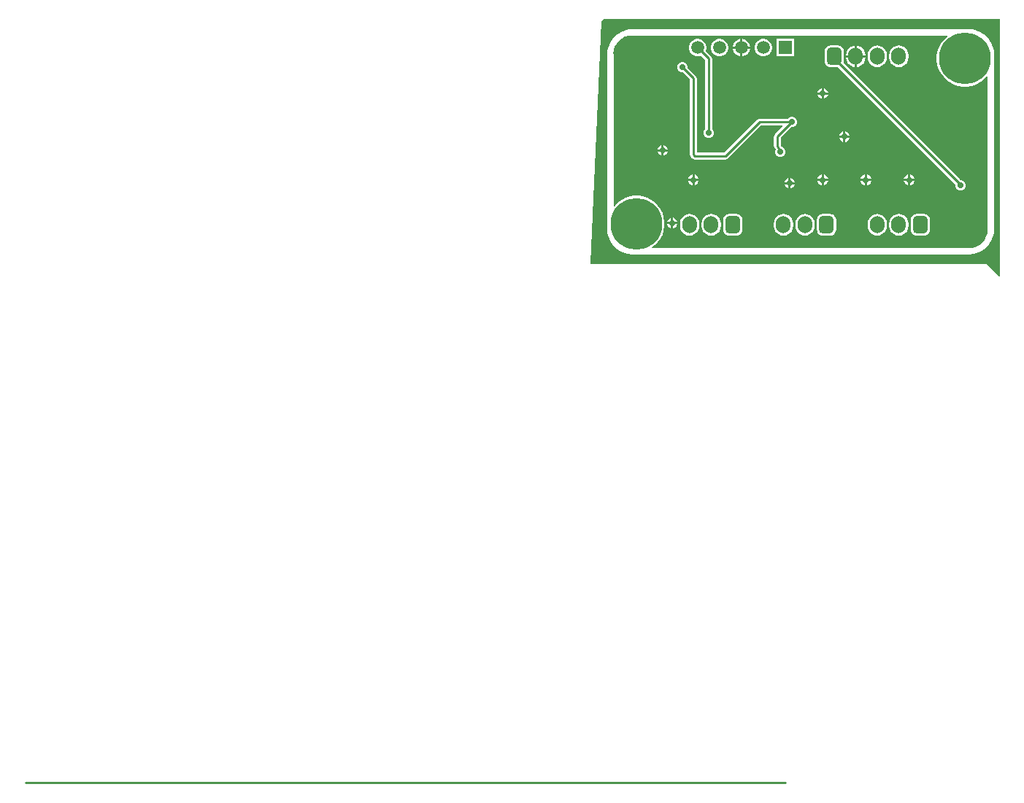
<source format=gbl>
G04*
G04 #@! TF.GenerationSoftware,Altium Limited,Altium Designer,21.2.2 (38)*
G04*
G04 Layer_Physical_Order=2*
G04 Layer_Color=16711680*
%FSLAX25Y25*%
%MOIN*%
G70*
G04*
G04 #@! TF.SameCoordinates,6DF736DA-586D-4ED0-A9E8-28D565D663F1*
G04*
G04*
G04 #@! TF.FilePolarity,Positive*
G04*
G01*
G75*
%ADD40C,0.01000*%
G04:AMPARAMS|DCode=41|XSize=66.93mil|YSize=78.74mil|CornerRadius=16.73mil|HoleSize=0mil|Usage=FLASHONLY|Rotation=180.000|XOffset=0mil|YOffset=0mil|HoleType=Round|Shape=RoundedRectangle|*
%AMROUNDEDRECTD41*
21,1,0.06693,0.04528,0,0,180.0*
21,1,0.03347,0.07874,0,0,180.0*
1,1,0.03346,-0.01673,0.02264*
1,1,0.03346,0.01673,0.02264*
1,1,0.03346,0.01673,-0.02264*
1,1,0.03346,-0.01673,-0.02264*
%
%ADD41ROUNDEDRECTD41*%
%ADD42O,0.06693X0.07874*%
%ADD43C,0.05906*%
%ADD44R,0.05906X0.05906*%
%ADD45C,0.23622*%
%ADD46C,0.02756*%
G36*
X178000Y-11347D02*
X177538Y-11538D01*
X172000Y-6000D01*
X-8638D01*
X-8984Y-5639D01*
X-4000Y105000D01*
X-3000Y106000D01*
X178000D01*
Y-11347D01*
D02*
G37*
%LPC*%
G36*
X163906Y101421D02*
Y101413D01*
X10110D01*
Y101421D01*
X8322Y101280D01*
X6578Y100862D01*
X4922Y100175D01*
X3393Y99238D01*
X2029Y98074D01*
X864Y96710D01*
X-73Y95181D01*
X-759Y93524D01*
X-1178Y91780D01*
X-1319Y89992D01*
X-1311D01*
Y9913D01*
X-1319D01*
X-1178Y8125D01*
X-759Y6382D01*
X-73Y4725D01*
X864Y3196D01*
X2029Y1832D01*
X3393Y667D01*
X4922Y-270D01*
X6578Y-956D01*
X8322Y-1375D01*
X10110Y-1515D01*
Y-1508D01*
X163906D01*
Y-1515D01*
X165693Y-1375D01*
X167437Y-956D01*
X169094Y-270D01*
X170623Y667D01*
X171987Y1832D01*
X173152Y3196D01*
X174089Y4725D01*
X174775Y6382D01*
X175194Y8125D01*
X175334Y9913D01*
X175327D01*
Y89992D01*
X175334D01*
X175194Y91780D01*
X174775Y93524D01*
X174089Y95181D01*
X173152Y96710D01*
X171987Y98074D01*
X170623Y99238D01*
X169094Y100175D01*
X167437Y100862D01*
X165693Y101280D01*
X163906Y101421D01*
D02*
G37*
%LPD*%
G36*
X10110Y98571D02*
X153946D01*
X154100Y98096D01*
X153654Y97772D01*
X152228Y96346D01*
X151043Y94714D01*
X150128Y92918D01*
X149504Y91000D01*
X149189Y89008D01*
Y86992D01*
X149504Y85000D01*
X150128Y83082D01*
X151043Y81286D01*
X152228Y79654D01*
X153654Y78228D01*
X155286Y77043D01*
X157082Y76128D01*
X159000Y75504D01*
X160992Y75189D01*
X163008D01*
X165000Y75504D01*
X166918Y76128D01*
X168714Y77043D01*
X170346Y78228D01*
X171772Y79654D01*
X172009Y79981D01*
X172485Y79826D01*
Y9913D01*
X172497Y9850D01*
X172338Y8236D01*
X171849Y6623D01*
X171054Y5137D01*
X169985Y3834D01*
X168682Y2765D01*
X167196Y1970D01*
X165583Y1481D01*
X163968Y1322D01*
X163906Y1334D01*
X19278D01*
X19116Y1834D01*
X20346Y2728D01*
X21772Y4154D01*
X22957Y5786D01*
X23872Y7582D01*
X24496Y9500D01*
X24811Y11492D01*
Y13508D01*
X24496Y15500D01*
X23872Y17418D01*
X22957Y19214D01*
X21772Y20846D01*
X20346Y22272D01*
X18714Y23457D01*
X16918Y24372D01*
X15000Y24996D01*
X13008Y25311D01*
X10992D01*
X9000Y24996D01*
X7082Y24372D01*
X5286Y23457D01*
X3654Y22272D01*
X2228Y20846D01*
X2007Y20541D01*
X1531Y20695D01*
Y89992D01*
X1519Y90055D01*
X1678Y91669D01*
X2167Y93282D01*
X2961Y94769D01*
X4031Y96072D01*
X5334Y97141D01*
X6820Y97935D01*
X8433Y98425D01*
X10047Y98584D01*
X10110Y98571D01*
D02*
G37*
%LPC*%
G36*
X60520Y96953D02*
X60500D01*
Y93500D01*
X63953D01*
Y93520D01*
X63683Y94526D01*
X63163Y95427D01*
X62427Y96163D01*
X61526Y96683D01*
X60520Y96953D01*
D02*
G37*
G36*
X59500D02*
X59480D01*
X58474Y96683D01*
X57573Y96163D01*
X56837Y95427D01*
X56317Y94526D01*
X56047Y93520D01*
Y93500D01*
X59500D01*
Y96953D01*
D02*
G37*
G36*
X112657Y93909D02*
Y89500D01*
X116541D01*
Y89591D01*
X116392Y90725D01*
X115954Y91782D01*
X115257Y92690D01*
X114349Y93387D01*
X113292Y93825D01*
X112657Y93909D01*
D02*
G37*
G36*
X111658D02*
X111023Y93825D01*
X109966Y93387D01*
X109057Y92690D01*
X108361Y91782D01*
X107923Y90725D01*
X107773Y89591D01*
Y89500D01*
X111658D01*
Y93909D01*
D02*
G37*
G36*
X83953Y96953D02*
X76047D01*
Y89047D01*
X83953D01*
Y96953D01*
D02*
G37*
G36*
X70520D02*
X69480D01*
X68474Y96683D01*
X67573Y96163D01*
X66837Y95427D01*
X66317Y94526D01*
X66047Y93520D01*
Y92480D01*
X66317Y91474D01*
X66837Y90573D01*
X67573Y89837D01*
X68474Y89317D01*
X69480Y89047D01*
X70520D01*
X71526Y89317D01*
X72427Y89837D01*
X73163Y90573D01*
X73683Y91474D01*
X73953Y92480D01*
Y93520D01*
X73683Y94526D01*
X73163Y95427D01*
X72427Y96163D01*
X71526Y96683D01*
X70520Y96953D01*
D02*
G37*
G36*
X63953Y92500D02*
X60500D01*
Y89047D01*
X60520D01*
X61526Y89317D01*
X62427Y89837D01*
X63163Y90573D01*
X63683Y91474D01*
X63953Y92480D01*
Y92500D01*
D02*
G37*
G36*
X59500D02*
X56047D01*
Y92480D01*
X56317Y91474D01*
X56837Y90573D01*
X57573Y89837D01*
X58474Y89317D01*
X59480Y89047D01*
X59500D01*
Y92500D01*
D02*
G37*
G36*
X50520Y96953D02*
X49480D01*
X48474Y96683D01*
X47573Y96163D01*
X46837Y95427D01*
X46317Y94526D01*
X46047Y93520D01*
Y92480D01*
X46317Y91474D01*
X46837Y90573D01*
X47573Y89837D01*
X48474Y89317D01*
X49480Y89047D01*
X50520D01*
X51526Y89317D01*
X52427Y89837D01*
X53163Y90573D01*
X53683Y91474D01*
X53953Y92480D01*
Y93520D01*
X53683Y94526D01*
X53163Y95427D01*
X52427Y96163D01*
X51526Y96683D01*
X50520Y96953D01*
D02*
G37*
G36*
X116541Y88500D02*
X112657D01*
Y84091D01*
X113292Y84175D01*
X114349Y84613D01*
X115257Y85309D01*
X115954Y86217D01*
X116392Y87275D01*
X116541Y88409D01*
Y88500D01*
D02*
G37*
G36*
X111658D02*
X107773D01*
Y88409D01*
X107923Y87275D01*
X108361Y86217D01*
X109057Y85309D01*
X109966Y84613D01*
X111023Y84175D01*
X111658Y84091D01*
Y88500D01*
D02*
G37*
G36*
X131843Y93975D02*
X130708Y93825D01*
X129650Y93387D01*
X128743Y92690D01*
X128046Y91782D01*
X127608Y90725D01*
X127459Y89591D01*
Y88409D01*
X127608Y87275D01*
X128046Y86217D01*
X128743Y85309D01*
X129650Y84613D01*
X130708Y84175D01*
X131843Y84026D01*
X132977Y84175D01*
X134035Y84613D01*
X134942Y85309D01*
X135639Y86217D01*
X136077Y87275D01*
X136226Y88409D01*
Y89591D01*
X136077Y90725D01*
X135639Y91782D01*
X134942Y92690D01*
X134035Y93387D01*
X132977Y93825D01*
X131843Y93975D01*
D02*
G37*
G36*
X122000D02*
X120865Y93825D01*
X119808Y93387D01*
X118900Y92690D01*
X118203Y91782D01*
X117765Y90725D01*
X117616Y89591D01*
Y88409D01*
X117765Y87275D01*
X118203Y86217D01*
X118900Y85309D01*
X119808Y84613D01*
X120865Y84175D01*
X122000Y84026D01*
X123135Y84175D01*
X124192Y84613D01*
X125100Y85309D01*
X125797Y86217D01*
X126235Y87275D01*
X126384Y88409D01*
Y89591D01*
X126235Y90725D01*
X125797Y91782D01*
X125100Y92690D01*
X124192Y93387D01*
X123135Y93825D01*
X122000Y93975D01*
D02*
G37*
G36*
X97673Y74327D02*
Y72461D01*
X99540D01*
X99189Y73308D01*
X98520Y73977D01*
X97673Y74327D01*
D02*
G37*
G36*
X96673D02*
X95826Y73977D01*
X95157Y73308D01*
X94806Y72461D01*
X96673D01*
Y74327D01*
D02*
G37*
G36*
X99540Y71461D02*
X97673D01*
Y69594D01*
X98520Y69945D01*
X99189Y70614D01*
X99540Y71461D01*
D02*
G37*
G36*
X96673D02*
X94806D01*
X95157Y70614D01*
X95826Y69945D01*
X96673Y69594D01*
Y71461D01*
D02*
G37*
G36*
X107516Y54642D02*
Y52776D01*
X109382D01*
X109032Y53623D01*
X108363Y54291D01*
X107516Y54642D01*
D02*
G37*
G36*
X106516D02*
X105669Y54291D01*
X105000Y53623D01*
X104649Y52776D01*
X106516D01*
Y54642D01*
D02*
G37*
G36*
X40520Y96953D02*
X39480D01*
X38474Y96683D01*
X37573Y96163D01*
X36837Y95427D01*
X36317Y94526D01*
X36047Y93520D01*
Y92480D01*
X36317Y91474D01*
X36837Y90573D01*
X37573Y89837D01*
X38474Y89317D01*
X39480Y89047D01*
X40520D01*
X41522Y89315D01*
X43471Y87366D01*
Y55834D01*
X42984Y55347D01*
X42622Y54473D01*
Y53527D01*
X42984Y52653D01*
X43653Y51984D01*
X44527Y51622D01*
X45473D01*
X46347Y51984D01*
X47016Y52653D01*
X47378Y53527D01*
Y54473D01*
X47016Y55347D01*
X46529Y55834D01*
Y88000D01*
X46413Y88585D01*
X46081Y89081D01*
X43685Y91478D01*
X43953Y92480D01*
Y93520D01*
X43683Y94526D01*
X43163Y95427D01*
X42427Y96163D01*
X41526Y96683D01*
X40520Y96953D01*
D02*
G37*
G36*
X109382Y51776D02*
X107516D01*
Y49909D01*
X108363Y50260D01*
X109032Y50929D01*
X109382Y51776D01*
D02*
G37*
G36*
X106516D02*
X104649D01*
X105000Y50929D01*
X105669Y50260D01*
X106516Y49909D01*
Y51776D01*
D02*
G37*
G36*
X24500Y48367D02*
Y46500D01*
X26367D01*
X26016Y47347D01*
X25347Y48016D01*
X24500Y48367D01*
D02*
G37*
G36*
X23500D02*
X22653Y48016D01*
X21984Y47347D01*
X21633Y46500D01*
X23500D01*
Y48367D01*
D02*
G37*
G36*
X26367Y45500D02*
X24500D01*
Y43633D01*
X25347Y43984D01*
X26016Y44653D01*
X26367Y45500D01*
D02*
G37*
G36*
X23500D02*
X21633D01*
X21984Y44653D01*
X22653Y43984D01*
X23500Y43633D01*
Y45500D01*
D02*
G37*
G36*
X33473Y86378D02*
X32527D01*
X31653Y86016D01*
X30984Y85347D01*
X30622Y84473D01*
Y83527D01*
X30984Y82653D01*
X31653Y81984D01*
X32527Y81622D01*
X33215D01*
X36471Y78367D01*
Y44000D01*
X36587Y43415D01*
X36919Y42919D01*
X37504Y42333D01*
X38001Y42001D01*
X38586Y41885D01*
X52762D01*
X53348Y42001D01*
X53844Y42333D01*
X68982Y57471D01*
X78654D01*
X78846Y57009D01*
X75254Y53417D01*
X74923Y52921D01*
X74807Y52336D01*
Y48555D01*
X74801Y48548D01*
X74789Y48548D01*
X74981Y47584D01*
X75047Y47485D01*
X75048Y47481D01*
X75576Y46357D01*
X75358Y45830D01*
Y44884D01*
X75720Y44010D01*
X76389Y43341D01*
X77263Y42979D01*
X78209D01*
X79083Y43341D01*
X79752Y44010D01*
X80114Y44884D01*
Y45830D01*
X79752Y46704D01*
X79083Y47373D01*
X78332Y47684D01*
X78118Y48140D01*
X77930Y48562D01*
D01*
X77865Y49036D01*
Y51702D01*
X82785Y56622D01*
X83473D01*
X84347Y56984D01*
X85016Y57653D01*
X85378Y58527D01*
Y59473D01*
X85016Y60347D01*
X84347Y61016D01*
X83473Y61378D01*
X82527D01*
X81653Y61016D01*
X81166Y60529D01*
X68348D01*
X67763Y60413D01*
X67267Y60081D01*
X52129Y44944D01*
X39529D01*
Y79000D01*
X39413Y79585D01*
X39081Y80081D01*
X35378Y83785D01*
Y84473D01*
X35016Y85347D01*
X34347Y86016D01*
X33473Y86378D01*
D02*
G37*
G36*
X137043Y34957D02*
Y33091D01*
X138910D01*
X138559Y33938D01*
X137890Y34607D01*
X137043Y34957D01*
D02*
G37*
G36*
X136043D02*
X135196Y34607D01*
X134527Y33938D01*
X134177Y33091D01*
X136043D01*
Y34957D01*
D02*
G37*
G36*
X117358D02*
Y33091D01*
X119225D01*
X118874Y33938D01*
X118205Y34607D01*
X117358Y34957D01*
D02*
G37*
G36*
X116358D02*
X115511Y34607D01*
X114842Y33938D01*
X114491Y33091D01*
X116358D01*
Y34957D01*
D02*
G37*
G36*
X97673D02*
Y33091D01*
X99540D01*
X99189Y33938D01*
X98520Y34607D01*
X97673Y34957D01*
D02*
G37*
G36*
X96673D02*
X95826Y34607D01*
X95157Y33938D01*
X94806Y33091D01*
X96673D01*
Y34957D01*
D02*
G37*
G36*
X38618D02*
Y33091D01*
X40485D01*
X40134Y33938D01*
X39465Y34607D01*
X38618Y34957D01*
D02*
G37*
G36*
X37618D02*
X36771Y34607D01*
X36102Y33938D01*
X35751Y33091D01*
X37618D01*
Y34957D01*
D02*
G37*
G36*
X82500Y33367D02*
Y31500D01*
X84367D01*
X84016Y32347D01*
X83347Y33016D01*
X82500Y33367D01*
D02*
G37*
G36*
X81500D02*
X80653Y33016D01*
X79984Y32347D01*
X79633Y31500D01*
X81500D01*
Y33367D01*
D02*
G37*
G36*
X138910Y32091D02*
X137043D01*
Y30224D01*
X137890Y30575D01*
X138559Y31244D01*
X138910Y32091D01*
D02*
G37*
G36*
X136043D02*
X134177D01*
X134527Y31244D01*
X135196Y30575D01*
X136043Y30224D01*
Y32091D01*
D02*
G37*
G36*
X119225D02*
X117358D01*
Y30224D01*
X118205Y30575D01*
X118874Y31244D01*
X119225Y32091D01*
D02*
G37*
G36*
X116358D02*
X114491D01*
X114842Y31244D01*
X115511Y30575D01*
X116358Y30224D01*
Y32091D01*
D02*
G37*
G36*
X99540D02*
X97673D01*
Y30224D01*
X98520Y30575D01*
X99189Y31244D01*
X99540Y32091D01*
D02*
G37*
G36*
X96673D02*
X94806D01*
X95157Y31244D01*
X95826Y30575D01*
X96673Y30224D01*
Y32091D01*
D02*
G37*
G36*
X40485D02*
X38618D01*
Y30224D01*
X39465Y30575D01*
X40134Y31244D01*
X40485Y32091D01*
D02*
G37*
G36*
X37618D02*
X35751D01*
X36102Y31244D01*
X36771Y30575D01*
X37618Y30224D01*
Y32091D01*
D02*
G37*
G36*
X84367Y30500D02*
X82500D01*
Y28633D01*
X83347Y28984D01*
X84016Y29653D01*
X84367Y30500D01*
D02*
G37*
G36*
X81500D02*
X79633D01*
X79984Y29653D01*
X80653Y28984D01*
X81500Y28633D01*
Y30500D01*
D02*
G37*
G36*
X103988Y93960D02*
X100642D01*
X99944Y93868D01*
X99294Y93599D01*
X98735Y93170D01*
X98307Y92612D01*
X98037Y91962D01*
X97945Y91264D01*
Y86736D01*
X98037Y86038D01*
X98307Y85388D01*
X98735Y84830D01*
X99294Y84401D01*
X99944Y84132D01*
X100642Y84040D01*
X103988D01*
X104139Y84060D01*
X157653Y30547D01*
X157622Y30473D01*
Y29527D01*
X157984Y28653D01*
X158653Y27984D01*
X159527Y27622D01*
X160473D01*
X161347Y27984D01*
X162016Y28653D01*
X162378Y29527D01*
Y30473D01*
X162016Y31347D01*
X161347Y32016D01*
X160473Y32378D01*
X160147D01*
X106562Y85963D01*
X106593Y86038D01*
X106685Y86736D01*
Y91264D01*
X106593Y91962D01*
X106323Y92612D01*
X105895Y93170D01*
X105336Y93599D01*
X104686Y93868D01*
X103988Y93960D01*
D02*
G37*
G36*
X28776Y15272D02*
Y13406D01*
X30642D01*
X30292Y14253D01*
X29623Y14921D01*
X28776Y15272D01*
D02*
G37*
G36*
X27776D02*
X26929Y14921D01*
X26260Y14253D01*
X25909Y13406D01*
X27776D01*
Y15272D01*
D02*
G37*
G36*
X30642Y12405D02*
X28776D01*
Y10539D01*
X29623Y10890D01*
X30292Y11558D01*
X30642Y12405D01*
D02*
G37*
G36*
X27776D02*
X25909D01*
X26260Y11558D01*
X26929Y10890D01*
X27776Y10539D01*
Y12405D01*
D02*
G37*
G36*
X143358Y16960D02*
X140012D01*
X139314Y16868D01*
X138664Y16599D01*
X138105Y16170D01*
X137677Y15612D01*
X137407Y14962D01*
X137315Y14264D01*
Y9736D01*
X137407Y9038D01*
X137677Y8388D01*
X138105Y7830D01*
X138664Y7401D01*
X139314Y7132D01*
X140012Y7040D01*
X143358D01*
X144056Y7132D01*
X144706Y7401D01*
X145265Y7830D01*
X145693Y8388D01*
X145963Y9038D01*
X146055Y9736D01*
Y14264D01*
X145963Y14962D01*
X145693Y15612D01*
X145265Y16170D01*
X144706Y16599D01*
X144056Y16868D01*
X143358Y16960D01*
D02*
G37*
G36*
X100516D02*
X97169D01*
X96471Y16868D01*
X95821Y16599D01*
X95263Y16170D01*
X94834Y15612D01*
X94565Y14962D01*
X94473Y14264D01*
Y9736D01*
X94565Y9038D01*
X94834Y8388D01*
X95263Y7830D01*
X95821Y7401D01*
X96471Y7132D01*
X97169Y7040D01*
X100516D01*
X101214Y7132D01*
X101864Y7401D01*
X102422Y7830D01*
X102851Y8388D01*
X103120Y9038D01*
X103212Y9736D01*
Y14264D01*
X103120Y14962D01*
X102851Y15612D01*
X102422Y16170D01*
X101864Y16599D01*
X101214Y16868D01*
X100516Y16960D01*
D02*
G37*
G36*
X57673D02*
X54327D01*
X53629Y16868D01*
X52979Y16599D01*
X52420Y16170D01*
X51992Y15612D01*
X51722Y14962D01*
X51631Y14264D01*
Y9736D01*
X51722Y9038D01*
X51992Y8388D01*
X52420Y7830D01*
X52979Y7401D01*
X53629Y7132D01*
X54327Y7040D01*
X57673D01*
X58371Y7132D01*
X59021Y7401D01*
X59580Y7830D01*
X60008Y8388D01*
X60278Y9038D01*
X60369Y9736D01*
Y14264D01*
X60278Y14962D01*
X60008Y15612D01*
X59580Y16170D01*
X59021Y16599D01*
X58371Y16868D01*
X57673Y16960D01*
D02*
G37*
G36*
X131843Y16974D02*
X130708Y16825D01*
X129650Y16387D01*
X128743Y15690D01*
X128046Y14783D01*
X127608Y13725D01*
X127459Y12591D01*
Y11409D01*
X127608Y10275D01*
X128046Y9217D01*
X128743Y8309D01*
X129650Y7613D01*
X130708Y7175D01*
X131843Y7025D01*
X132977Y7175D01*
X134035Y7613D01*
X134942Y8309D01*
X135639Y9217D01*
X136077Y10275D01*
X136226Y11409D01*
Y12591D01*
X136077Y13725D01*
X135639Y14783D01*
X134942Y15690D01*
X134035Y16387D01*
X132977Y16825D01*
X131843Y16974D01*
D02*
G37*
G36*
X122000D02*
X120865Y16825D01*
X119808Y16387D01*
X118900Y15690D01*
X118203Y14783D01*
X117765Y13725D01*
X117616Y12591D01*
Y11409D01*
X117765Y10275D01*
X118203Y9217D01*
X118900Y8309D01*
X119808Y7613D01*
X120865Y7175D01*
X122000Y7025D01*
X123135Y7175D01*
X124192Y7613D01*
X125100Y8309D01*
X125797Y9217D01*
X126235Y10275D01*
X126384Y11409D01*
Y12591D01*
X126235Y13725D01*
X125797Y14783D01*
X125100Y15690D01*
X124192Y16387D01*
X123135Y16825D01*
X122000Y16974D01*
D02*
G37*
G36*
X89000D02*
X87865Y16825D01*
X86808Y16387D01*
X85900Y15690D01*
X85203Y14783D01*
X84765Y13725D01*
X84616Y12591D01*
Y11409D01*
X84765Y10275D01*
X85203Y9217D01*
X85900Y8309D01*
X86808Y7613D01*
X87865Y7175D01*
X89000Y7025D01*
X90135Y7175D01*
X91192Y7613D01*
X92100Y8309D01*
X92797Y9217D01*
X93235Y10275D01*
X93384Y11409D01*
Y12591D01*
X93235Y13725D01*
X92797Y14783D01*
X92100Y15690D01*
X91192Y16387D01*
X90135Y16825D01*
X89000Y16974D01*
D02*
G37*
G36*
X79158D02*
X78023Y16825D01*
X76965Y16387D01*
X76058Y15690D01*
X75361Y14783D01*
X74923Y13725D01*
X74774Y12591D01*
Y11409D01*
X74923Y10275D01*
X75361Y9217D01*
X76058Y8309D01*
X76965Y7613D01*
X78023Y7175D01*
X79158Y7025D01*
X80292Y7175D01*
X81349Y7613D01*
X82257Y8309D01*
X82954Y9217D01*
X83392Y10275D01*
X83541Y11409D01*
Y12591D01*
X83392Y13725D01*
X82954Y14783D01*
X82257Y15690D01*
X81349Y16387D01*
X80292Y16825D01*
X79158Y16974D01*
D02*
G37*
G36*
X46158D02*
X45023Y16825D01*
X43966Y16387D01*
X43058Y15690D01*
X42361Y14783D01*
X41923Y13725D01*
X41774Y12591D01*
Y11409D01*
X41923Y10275D01*
X42361Y9217D01*
X43058Y8309D01*
X43966Y7613D01*
X45023Y7175D01*
X46158Y7025D01*
X47292Y7175D01*
X48349Y7613D01*
X49257Y8309D01*
X49954Y9217D01*
X50392Y10275D01*
X50541Y11409D01*
Y12591D01*
X50392Y13725D01*
X49954Y14783D01*
X49257Y15690D01*
X48349Y16387D01*
X47292Y16825D01*
X46158Y16974D01*
D02*
G37*
G36*
X36315D02*
X35180Y16825D01*
X34123Y16387D01*
X33215Y15690D01*
X32518Y14783D01*
X32080Y13725D01*
X31931Y12591D01*
Y11409D01*
X32080Y10275D01*
X32518Y9217D01*
X33215Y8309D01*
X34123Y7613D01*
X35180Y7175D01*
X36315Y7025D01*
X37450Y7175D01*
X38507Y7613D01*
X39415Y8309D01*
X40112Y9217D01*
X40549Y10275D01*
X40699Y11409D01*
Y12591D01*
X40549Y13725D01*
X40112Y14783D01*
X39415Y15690D01*
X38507Y16387D01*
X37450Y16825D01*
X36315Y16974D01*
D02*
G37*
%LPD*%
D40*
X76336Y48555D02*
X76432Y48132D01*
X76336Y48555D02*
Y52336D01*
X76432Y48132D02*
X77736Y45357D01*
X68348Y59000D02*
X83000D01*
X52762Y43414D02*
X68348Y59000D01*
X38586Y43414D02*
X52762D01*
X38000Y44000D02*
Y79000D01*
Y44000D02*
X38586Y43414D01*
X33000Y84000D02*
X38000Y79000D01*
X45000Y54000D02*
Y88000D01*
X40000Y93000D02*
X45000Y88000D01*
X76336Y52336D02*
X83000Y59000D01*
X-267000Y-243000D02*
X80000D01*
X102315Y88047D02*
Y89000D01*
Y88047D02*
X160000Y30362D01*
Y30000D02*
Y30362D01*
D41*
X141685Y12000D02*
D03*
X56000D02*
D03*
X102315Y89000D02*
D03*
X98843Y12000D02*
D03*
D42*
X131843D02*
D03*
X122000D02*
D03*
X46158D02*
D03*
X36315D02*
D03*
X131843Y89000D02*
D03*
X122000D02*
D03*
X112157D02*
D03*
X79158Y12000D02*
D03*
X89000D02*
D03*
D43*
X40000Y93000D02*
D03*
X50000D02*
D03*
X60000D02*
D03*
X70000D02*
D03*
D44*
X80000D02*
D03*
D45*
X12000Y12500D02*
D03*
X162000Y88000D02*
D03*
D46*
X77736Y45357D02*
D03*
X33000Y84000D02*
D03*
X82000Y31000D02*
D03*
X24000Y46000D02*
D03*
X136543Y32591D02*
D03*
X107016Y52276D02*
D03*
X116858Y32591D02*
D03*
X97173Y71961D02*
D03*
Y32591D02*
D03*
X38118D02*
D03*
X28276Y12905D02*
D03*
X45000Y54000D02*
D03*
X83000Y59000D02*
D03*
X160000Y30000D02*
D03*
M02*

</source>
